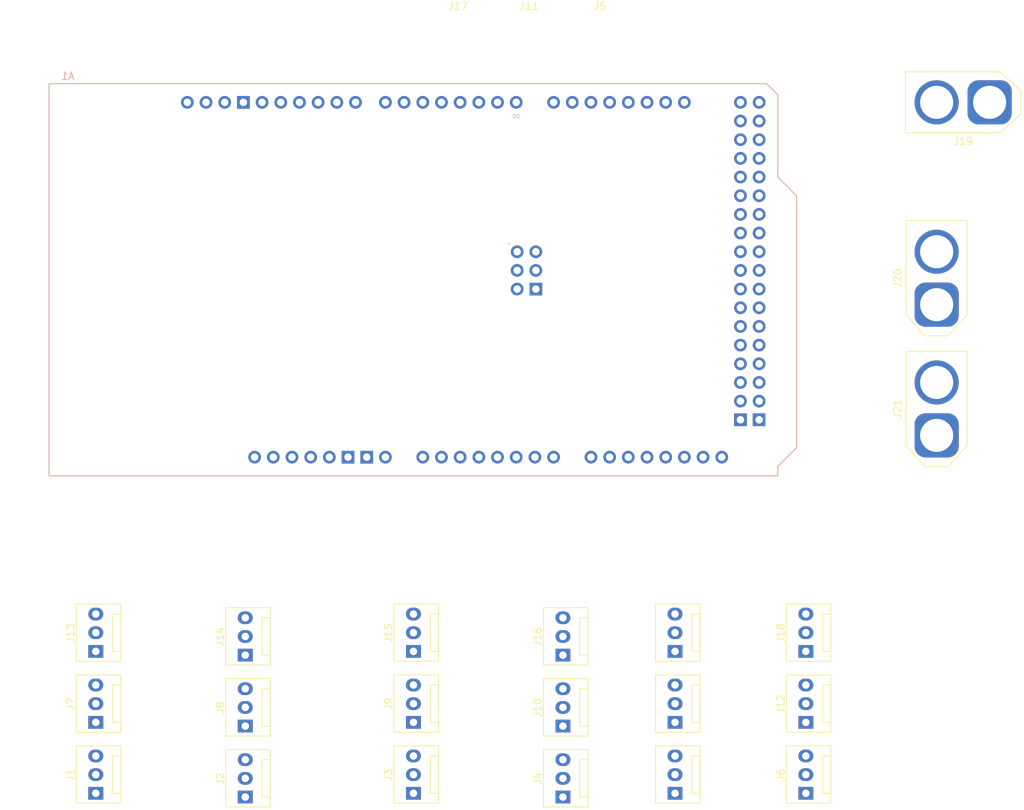
<source format=kicad_pcb>
(kicad_pcb (version 20221018) (generator pcbnew)
  (layers (0 "F.Cu" signal) (31 "B.Cu" signal) (34 "B.Paste" user) (35 "F.Paste" user) (36 "B.SilkS" user "B.Silkscreen") (37 "F.SilkS" user "F.Silkscreen") (38 "B.Mask" user) (39 "F.Mask" user) (44 "Edge.Cuts" user))
  (net 0 "")
  (net 25 "Net-(A1-D2_INT0)")
  (net 26 "Net-(A1-D3_INT1)")
  (net 27 "Net-(J1-Pin_1)")
  (net 28 "Net-(J2-Pin_1)")
  (net 29 "Net-(J3-Pin_1)")
  (net 30 "Net-(J4-Pin_1)")
  (net 31 "Net-(J5-Pin_1)")
  (net 32 "Net-(J6-Pin_1)")
  (net 33 "Net-(J7-Pin_1)")
  (net 34 "Net-(J8-Pin_1)")
  (net 35 "Net-(J9-Pin_1)")
  (net 67 "Net-(J12-Pin_1)")
  (net 68 "Net-(J13-Pin_1)")
  (net 69 "Net-(J14-Pin_1)")
  (net 92 "VCC")
  (net 93 "GND")
  (net 98 "Net-(J19-Pin_1)")
  (footprint "Connector:FanPinHeader_1x03_P2.54mm_Vertical" (layer "F.Cu") (at 162.56 127.51 90)
    (fp_text reference "J11" (at 97.4 -19.85) (layer "F.SilkS"))
    (fp_text value "Servo1")
    (fp_line (start -1.35 -2.65) (end 6.45 -2.65) (stroke (width 0.12)) (layer "F.SilkS"))
    (fp_line (start -1.35 3.4) (end -1.35 -2.65) (stroke (width 0.12)) (layer "F.SilkS"))
    (fp_line (start 0 2.29) (end 5.08 2.29) (stroke (width 0.12)) (layer "F.SilkS"))
    (fp_line (start 0 3.3) (end 0 2.29) (stroke (width 0.12)) (layer "F.SilkS"))
    (fp_line (start 5.08 2.29) (end 5.08 3.3) (stroke (width 0.12)) (layer "F.SilkS"))
    (fp_line (start 6.45 -2.65) (end 6.45 3.4) (stroke (width 0.12)) (layer "F.SilkS"))
    (fp_line (start 6.45 3.4) (end -1.35 3.4) (stroke (width 0.12)) (layer "F.SilkS"))
    (pad "1" thru_hole rect (at 0 0 180) (size 2.03 1.73) (drill 1.02) (layers "*.Cu" "*.Mask") (net 26 "Net-(A1-D3_INT1)"))
    (pad "2" thru_hole oval (at 2.54 0 180) (size 2.03 1.73) (drill 1.02) (layers "*.Cu" "*.Mask") (net 92 "VCC"))
    (pad "3" thru_hole oval (at 5.08 0 180) (size 2.03 1.73) (drill 1.02) (layers "*.Cu" "*.Mask") (net 93 "GND"))
  )
  (footprint "Connector:FanPinHeader_1x03_P2.54mm_Vertical" (layer "F.Cu") (at 127 137.16 90)
    (fp_text reference "J3" (at 2.5 -3.4 90) (layer "F.SilkS"))
    (fp_text value "Servo1")
    (fp_line (start -1.35 -2.65) (end 6.45 -2.65) (stroke (width 0.12)) (layer "F.SilkS"))
    (fp_line (start -1.35 3.4) (end -1.35 -2.65) (stroke (width 0.12)) (layer "F.SilkS"))
    (fp_line (start 0 2.29) (end 5.08 2.29) (stroke (width 0.12)) (layer "F.SilkS"))
    (fp_line (start 0 3.3) (end 0 2.29) (stroke (width 0.12)) (layer "F.SilkS"))
    (fp_line (start 5.08 2.29) (end 5.08 3.3) (stroke (width 0.12)) (layer "F.SilkS"))
    (fp_line (start 6.45 -2.65) (end 6.45 3.4) (stroke (width 0.12)) (layer "F.SilkS"))
    (fp_line (start 6.45 3.4) (end -1.35 3.4) (stroke (width 0.12)) (layer "F.SilkS"))
    (pad "1" thru_hole rect (at 0 0 180) (size 2.03 1.73) (drill 1.02) (layers "*.Cu" "*.Mask") (net 29 "Net-(J3-Pin_1)"))
    (pad "2" thru_hole oval (at 2.54 0 180) (size 2.03 1.73) (drill 1.02) (layers "*.Cu" "*.Mask") (net 92 "VCC"))
    (pad "3" thru_hole oval (at 5.08 0 180) (size 2.03 1.73) (drill 1.02) (layers "*.Cu" "*.Mask") (net 93 "GND"))
  )
  (footprint "Connector:FanPinHeader_1x03_P2.54mm_Vertical" (layer "F.Cu") (at 104.14 128.02 90)
    (fp_text reference "J8" (at 2.5 -3.4 90) (layer "F.SilkS"))
    (fp_text value "Servo1")
    (fp_line (start -1.35 -2.65) (end 6.45 -2.65) (stroke (width 0.12)) (layer "F.SilkS"))
    (fp_line (start -1.35 3.4) (end -1.35 -2.65) (stroke (width 0.12)) (layer "F.SilkS"))
    (fp_line (start 0 2.29) (end 5.08 2.29) (stroke (width 0.12)) (layer "F.SilkS"))
    (fp_line (start 0 3.3) (end 0 2.29) (stroke (width 0.12)) (layer "F.SilkS"))
    (fp_line (start 5.08 2.29) (end 5.08 3.3) (stroke (width 0.12)) (layer "F.SilkS"))
    (fp_line (start 6.45 -2.65) (end 6.45 3.4) (stroke (width 0.12)) (layer "F.SilkS"))
    (fp_line (start 6.45 3.4) (end -1.35 3.4) (stroke (width 0.12)) (layer "F.SilkS"))
    (pad "1" thru_hole rect (at 0 0 180) (size 2.03 1.73) (drill 1.02) (layers "*.Cu" "*.Mask") (net 34 "Net-(J8-Pin_1)"))
    (pad "2" thru_hole oval (at 2.54 0 180) (size 2.03 1.73) (drill 1.02) (layers "*.Cu" "*.Mask") (net 92 "VCC"))
    (pad "3" thru_hole oval (at 5.08 0 180) (size 2.03 1.73) (drill 1.02) (layers "*.Cu" "*.Mask") (net 93 "GND"))
  )
  (footprint "Connector:FanPinHeader_1x03_P2.54mm_Vertical" (layer "F.Cu") (at 162.56 137.16 90)
    (fp_text reference "J5" (at 107.05 -10.2) (layer "F.SilkS"))
    (fp_text value "Servo1")
    (fp_line (start -1.35 -2.65) (end 6.45 -2.65) (stroke (width 0.12)) (layer "F.SilkS"))
    (fp_line (start -1.35 3.4) (end -1.35 -2.65) (stroke (width 0.12)) (layer "F.SilkS"))
    (fp_line (start 0 2.29) (end 5.08 2.29) (stroke (width 0.12)) (layer "F.SilkS"))
    (fp_line (start 0 3.3) (end 0 2.29) (stroke (width 0.12)) (layer "F.SilkS"))
    (fp_line (start 5.08 2.29) (end 5.08 3.3) (stroke (width 0.12)) (layer "F.SilkS"))
    (fp_line (start 6.45 -2.65) (end 6.45 3.4) (stroke (width 0.12)) (layer "F.SilkS"))
    (fp_line (start 6.45 3.4) (end -1.35 3.4) (stroke (width 0.12)) (layer "F.SilkS"))
    (pad "1" thru_hole rect (at 0 0 180) (size 2.03 1.73) (drill 1.02) (layers "*.Cu" "*.Mask") (net 31 "Net-(J5-Pin_1)"))
    (pad "2" thru_hole oval (at 2.54 0 180) (size 2.03 1.73) (drill 1.02) (layers "*.Cu" "*.Mask") (net 92 "VCC"))
    (pad "3" thru_hole oval (at 5.08 0 180) (size 2.03 1.73) (drill 1.02) (layers "*.Cu" "*.Mask") (net 93 "GND"))
  )
  (footprint "Connector:FanPinHeader_1x03_P2.54mm_Vertical" (layer "F.Cu") (at 83.82 127.51 90)
    (fp_text reference "J7" (at 2.5 -3.4 90) (layer "F.SilkS"))
    (fp_text value "Servo1")
    (fp_line (start -1.35 -2.65) (end 6.45 -2.65) (stroke (width 0.12)) (layer "F.SilkS"))
    (fp_line (start -1.35 3.4) (end -1.35 -2.65) (stroke (width 0.12)) (layer "F.SilkS"))
    (fp_line (start 0 2.29) (end 5.08 2.29) (stroke (width 0.12)) (layer "F.SilkS"))
    (fp_line (start 0 3.3) (end 0 2.29) (stroke (width 0.12)) (layer "F.SilkS"))
    (fp_line (start 5.08 2.29) (end 5.08 3.3) (stroke (width 0.12)) (layer "F.SilkS"))
    (fp_line (start 6.45 -2.65) (end 6.45 3.4) (stroke (width 0.12)) (layer "F.SilkS"))
    (fp_line (start 6.45 3.4) (end -1.35 3.4) (stroke (width 0.12)) (layer "F.SilkS"))
    (pad "1" thru_hole rect (at 0 0 180) (size 2.03 1.73) (drill 1.02) (layers "*.Cu" "*.Mask") (net 33 "Net-(J7-Pin_1)"))
    (pad "2" thru_hole oval (at 2.54 0 180) (size 2.03 1.73) (drill 1.02) (layers "*.Cu" "*.Mask") (net 92 "VCC"))
    (pad "3" thru_hole oval (at 5.08 0 180) (size 2.03 1.73) (drill 1.02) (layers "*.Cu" "*.Mask") (net 93 "GND"))
  )
  (footprint "Connector:FanPinHeader_1x03_P2.54mm_Vertical" (layer "F.Cu") (at 180.34 117.86 90)
    (fp_text reference "J18" (at 2.5 -3.4 90) (layer "F.SilkS"))
    (fp_text value "Servo1")
    (fp_line (start -1.35 -2.65) (end 6.45 -2.65) (stroke (width 0.12)) (layer "F.SilkS"))
    (fp_line (start -1.35 3.4) (end -1.35 -2.65) (stroke (width 0.12)) (layer "F.SilkS"))
    (fp_line (start 0 2.29) (end 5.08 2.29) (stroke (width 0.12)) (layer "F.SilkS"))
    (fp_line (start 0 3.3) (end 0 2.29) (stroke (width 0.12)) (layer "F.SilkS"))
    (fp_line (start 5.08 2.29) (end 5.08 3.3) (stroke (width 0.12)) (layer "F.SilkS"))
    (fp_line (start 6.45 -2.65) (end 6.45 3.4) (stroke (width 0.12)) (layer "F.SilkS"))
    (fp_line (start 6.45 3.4) (end -1.35 3.4) (stroke (width 0.12)) (layer "F.SilkS"))
    (pad "1" thru_hole rect (at 0 0 180) (size 2.03 1.73) (drill 1.02) (layers "*.Cu" "*.Mask"))
    (pad "2" thru_hole oval (at 2.54 0 180) (size 2.03 1.73) (drill 1.02) (layers "*.Cu" "*.Mask") (net 92 "VCC"))
    (pad "3" thru_hole oval (at 5.08 0 180) (size 2.03 1.73) (drill 1.02) (layers "*.Cu" "*.Mask") (net 93 "GND"))
  )
  (footprint "PCM_arduino-library:Arduino_Mega2560_R3_Shield" (layer "F.Cu") (at 77.47 93.98)
    (fp_text reference "A1" (at 2.54 -54.356) (layer "B.SilkS") (effects (justify mirror)))
    (fp_text value "Arduino_Mega2560_R3_Shield")
    (fp_text user "." (at 62.484 -32.004) (layer "B.SilkS"))
    (fp_text user "D0" (at 63.5 -48.895 unlocked) (layer "B.SilkS") (effects (font (size 0.5 0.5) (thickness 0.075)) (justify mirror)))
    (fp_text user "." (at 62.484 -32.004) (layer "F.SilkS"))
    (fp_text user "D0" (at 63.5 -48.895 unlocked) (layer "F.SilkS") (effects (font (size 0.5 0.5) (thickness 0.075))))
    (fp_line (start 0 -53.34) (end 0 0) (stroke (width 0.15)) (layer "B.SilkS"))
    (fp_line (start 0 -53.34) (end 97.536 -53.34) (stroke (width 0.15)) (layer "B.SilkS"))
    (fp_line (start 0 0) (end 99.06 0) (stroke (width 0.15)) (layer "B.SilkS"))
    (fp_line (start 97.536 -53.34) (end 99.06 -51.816) (stroke (width 0.15)) (layer "B.SilkS"))
    (fp_line (start 99.06 -40.64) (end 99.06 -51.816) (stroke (width 0.15)) (layer "B.SilkS"))
    (fp_line (start 99.06 -1.27) (end 101.6 -3.81) (stroke (width 0.15)) (layer "B.SilkS"))
    (fp_line (start 99.06 0) (end 99.06 -1.27) (stroke (width 0.15)) (layer "B.SilkS"))
    (fp_line (start 101.6 -38.1) (end 99.06 -40.64) (stroke (width 0.15)) (layer "B.SilkS"))
    (fp_line (start 101.6 -3.81) (end 101.6 -38.1) (stroke (width 0.15)) (layer "B.SilkS"))
    (pad "" np_thru_hole circle (at 13.97 -2.54) (size 3.2 3.2) (drill 3.2) (layers "*.Cu" "*.Mask"))
    (pad "" np_thru_hole circle (at 15.24 -50.8) (size 3.2 3.2) (drill 3.2) (layers "*.Cu" "*.Mask"))
    (pad "" thru_hole oval (at 27.94 -2.54) (size 1.7272 1.7272) (drill 1.016) (layers "*.Cu" "*.Mask"))
    (pad "" np_thru_hole circle (at 66.04 -35.56) (size 3.2 3.2) (drill 3.2) (layers "*.Cu" "*.Mask"))
    (pad "" np_thru_hole circle (at 66.04 -7.62) (size 3.2 3.2) (drill 3.2) (layers "*.Cu" "*.Mask"))
    (pad "" np_thru_hole circle (at 90.17 -50.8) (size 3.2 3.2) (drill 3.2) (layers "*.Cu" "*.Mask"))
    (pad "" np_thru_hole circle (at 96.52 -2.54) (size 3.2 3.2) (drill 3.2) (layers "*.Cu" "*.Mask"))
    (pad "3V3" thru_hole oval (at 35.56 -2.54) (size 1.7272 1.7272) (drill 1.016) (layers "*.Cu" "*.Mask"))
    (pad "5V1" thru_hole oval (at 38.1 -2.54) (size 1.7272 1.7272) (drill 1.016) (layers "*.Cu" "*.Mask"))
    (pad "5V2" thru_hole oval (at 66.167 -30.48) (size 1.7272 1.7272) (drill 1.016) (layers "*.Cu" "*.Mask"))
    (pad "5V3" thru_hole oval (at 93.98 -50.8) (size 1.7272 1.7272) (drill 1.016) (layers "*.Cu" "*.Mask"))
    (pad "5V4" thru_hole oval (at 96.52 -50.8) (size 1.7272 1.7272) (drill 1.016) (layers "*.Cu" "*.Mask"))
    (pad "A0" thru_hole oval (at 50.8 -2.54) (size 1.7272 1.7272) (drill 1.016) (layers "*.Cu" "*.Mask"))
    (pad "A1" thru_hole oval (at 53.34 -2.54) (size 1.7272 1.7272) (drill 1.016) (layers "*.Cu" "*.Mask"))
    (pad "A2" thru_hole oval (at 55.88 -2.54) (size 1.7272 1.7272) (drill 1.016) (layers "*.Cu" "*.Mask"))
    (pad "A3" thru_hole oval (at 58.42 -2.54) (size 1.7272 1.7272) (drill 1.016) (layers "*.Cu" "*.Mask"))
    (pad "A4" thru_hole oval (at 60.96 -2.54) (size 1.7272 1.7272) (drill 1.016) (layers "*.Cu" "*.Mask"))
    (pad "A5" thru_hole oval (at 63.5 -2.54) (size 1.7272 1.7272) (drill 1.016) (layers "*.Cu" "*.Mask"))
    (pad "A6" thru_hole oval (at 66.04 -2.54) (size 1.7272 1.7272) (drill 1.016) (layers "*.Cu" "*.Mask"))
    (pad "A7" thru_hole oval (at 68.58 -2.54) (size 1.7272 1.7272) (drill 1.016) (layers "*.Cu" "*.Mask"))
    (pad "A8" thru_hole oval (at 73.66 -2.54) (size 1.7272 1.7272) (drill 1.016) (layers "*.Cu" "*.Mask"))
    (pad "A9" thru_hole oval (at 76.2 -2.54) (size 1.7272 1.7272) (drill 1.016) (layers "*.Cu" "*.Mask"))
    (pad "A10" thru_hole oval (at 78.74 -2.54) (size 1.7272 1.7272) (drill 1.016) (layers "*.Cu" "*.Mask"))
    (pad "A11" thru_hole oval (at 81.28 -2.54) (size 1.7272 1.7272) (drill 1.016) (layers "*.Cu" "*.Mask"))
    (pad "A12" thru_hole oval (at 83.82 -2.54) (size 1.7272 1.7272) (drill 1.016) (layers "*.Cu" "*.Mask"))
    (pad "A13" thru_hole oval (at 86.36 -2.54) (size 1.7272 1.7272) (drill 1.016) (layers "*.Cu" "*.Mask"))
    (pad "A14" thru_hole oval (at 88.9 -2.54) (size 1.7272 1.7272) (drill 1.016) (layers "*.Cu" "*.Mask"))
    (pad "A15" thru_hole oval (at 91.44 -2.54) (size 1.7272 1.7272) (drill 1.016) (layers "*.Cu" "*.Mask"))
    (pad "AREF" thru_hole oval (at 23.876 -50.8) (size 1.7272 1.7272) (drill 1.016) (layers "*.Cu" "*.Mask"))
    (pad "D0" thru_hole oval (at 63.5 -50.8) (size 1.7272 1.7272) (drill 1.016) (layers "*.Cu" "*.Mask"))
    (pad "D1" thru_hole oval (at 60.96 -50.8) (size 1.7272 1.7272) (drill 1.016) (layers "*.Cu" "*.Mask"))
    (pad "D2" thru_hole oval (at 58.42 -50.8) (size 1.7272 1.7272) (drill 1.016) (layers "*.Cu" "*.Mask") (net 25 "Net-(A1-D2_INT0)"))
    (pad "D3" thru_hole oval (at 55.88 -50.8) (size 1.7272 1.7272) (drill 1.016) (layers "*.Cu" "*.Mask") (net 26 "Net-(A1-D3_INT1)"))
    (pad "D4" thru_hole oval (at 53.34 -50.8) (size 1.7272 1.7272) (drill 1.016) (layers "*.Cu" "*.Mask") (net 27 "Net-(J1-Pin_1)"))
    (pad "D5" thru_hole oval (at 50.8 -50.8) (size 1.7272 1.7272) (drill 1.016) (layers "*.Cu" "*.Mask") (net 28 "Net-(J2-Pin_1)"))
    (pad "D6" thru_hole oval (at 48.26 -50.8) (size 1.7272 1.7272) (drill 1.016) (layers "*.Cu" "*.Mask") (net 29 "Net-(J3-Pin_1)"))
    (pad "D7" thru_hole oval (at 45.72 -50.8) (size 1.7272 1.7272) (drill 1.016) (layers "*.Cu" "*.Mask") (net 30 "Net-(J4-Pin_1)"))
    (pad "D8" thru_hole oval (at 41.656 -50.8) (size 1.7272 1.7272) (drill 1.016) (layers "*.Cu" "*.Mask") (net 31 "Net-(J5-Pin_1)"))
    (pad "D9" thru_hole oval (at 39.116 -50.8) (size 1.7272 1.7272) (drill 1.016) (layers "*.Cu" "*.Mask") (net 32 "Net-(J6-Pin_1)"))
    (pad "D10" thru_hole oval (at 36.576 -50.8) (size 1.7272 1.7272) (drill 1.016) (layers "*.Cu" "*.Mask") (net 33 "Net-(J7-Pin_1)"))
    (pad "D11" thru_hole oval (at 34.036 -50.8) (size 1.7272 1.7272) (drill 1.016) (layers "*.Cu" "*.Mask") (net 34 "Net-(J8-Pin_1)"))
    (pad "D12" thru_hole oval (at 31.496 -50.8) (size 1.7272 1.7272) (drill 1.016) (layers "*.Cu" "*.Mask") (net 35 "Net-(J9-Pin_1)"))
    (pad "D13" thru_hole oval (at 28.956 -50.8) (size 1.7272 1.7272) (drill 1.016) (layers "*.Cu" "*.Mask"))
    (pad "D14" thru_hole oval (at 68.58 -50.8) (size 1.7272 1.7272) (drill 1.016) (layers "*.Cu" "*.Mask"))
    (pad "D15" thru_hole oval (at 71.12 -50.8) (size 1.7272 1.7272) (drill 1.016) (layers "*.Cu" "*.Mask"))
    (pad "D16" thru_hole oval (at 73.66 -50.8) (size 1.7272 1.7272) (drill 1.016) (layers "*.Cu" "*.Mask"))
    (pad "D17" thru_hole oval (at 76.2 -50.8) (size 1.7272 1.7272) (drill 1.016) (layers "*.Cu" "*.Mask"))
    (pad "D18" thru_hole oval (at 78.74 -50.8) (size 1.7272 1.7272) (drill 1.016) (layers "*.Cu" "*.Mask"))
    (pad "D19" thru_hole oval (at 81.28 -50.8) (size 1.7272 1.7272) (drill 1.016) (layers "*.Cu" "*.Mask"))
    (pad "D20" thru_hole oval (at 83.82 -50.8) (size 1.7272 1.7272) (drill 1.016) (layers "*.Cu" "*.Mask"))
    (pad "D21" thru_hole oval (at 86.36 -50.8) (size 1.7272 1.7272) (drill 1.016) (layers "*.Cu" "*.Mask"))
    (pad "D22" thru_hole oval (at 93.98 -48.26) (size 1.7272 1.7272) (drill 1.016) (layers "*.Cu" "*.Mask"))
    (pad "D23" thru_hole oval (at 96.52 -48.26) (size 1.7272 1.7272) (drill 1.016) (layers "*.Cu" "*.Mask"))
    (pad "D24" thru_hole oval (at 93.98 -45.72) (size 1.7272 1.7272) (drill 1.016) (layers "*.Cu" "*.Mask"))
    (pad "D25" thru_hole oval (at 96.52 -45.72) (size 1.7272 1.7272) (drill 1.016) (layers "*.Cu" "*.Mask"))
    (pad "D26" thru_hole oval (at 93.98 -43.18) (size 1.7272 1.7272) (drill 1.016) (layers "*.Cu" "*.Mask"))
    (pad "D27" thru_hole oval (at 96.52 -43.18) (size 1.7272 1.7272) (drill 1.016) (layers "*.Cu" "*.Mask"))
    (pad "D28" thru_hole oval (at 93.98 -40.64) (size 1.7272 1.7272) (drill 1.016) (layers "*.Cu" "*.Mask"))
    (pad "D29" thru_hole oval (at 96.52 -40.64) (size 1.7272 1.7272) (drill 1.016) (layers "*.Cu" "*.Mask"))
    (pad "D30" thru_hole oval (at 93.98 -38.1) (size 1.7272 1.7272) (drill 1.016) (layers "*.Cu" "*.Mask"))
    (pad "D31" thru_hole oval (at 96.52 -38.1) (size 1.7272 1.7272) (drill 1.016) (layers "*.Cu" "*.Mask"))
    (pad "D32" thru_hole oval (at 93.98 -35.56) (size 1.7272 1.7272) (drill 1.016) (layers "*.Cu" "*.Mask"))
    (pad "D33" thru_hole oval (at 96.52 -35.56) (size 1.7272 1.7272) (drill 1.016) (layers "*.Cu" "*.Mask"))
    (pad "D34" thru_hole oval (at 93.98 -33.02) (size 1.7272 1.7272) (drill 1.016) (layers "*.Cu" "*.Mask"))
    (pad "D35" thru_hole oval (at 96.52 -33.02) (size 1.7272 1.7272) (drill 1.016) (layers "*.Cu" "*.Mask"))
    (pad "D36" thru_hole oval (at 93.98 -30.48) (size 1.7272 1.7272) (drill 1.016) (layers "*.Cu" "*.Mask"))
    (pad "D37" thru_hole oval (at 96.52 -30.48) (size 1.7272 1.7272) (drill 1.016) (layers "*.Cu" "*.Mask"))
    (pad "D38" thru_hole oval (at 93.98 -27.94) (size 1.7272 1.7272) (drill 1.016) (layers "*.Cu" "*.Mask"))
    (pad "D39" thru_hole oval (at 96.52 -27.94) (size 1.7272 1.7272) (drill 1.016) (layers "*.Cu" "*.Mask"))
    (pad "D40" thru_hole oval (at 93.98 -25.4) (size 1.7272 1.7272) (drill 1.016) (layers "*.Cu" "*.Mask"))
    (pad "D41" thru_hole oval (at 96.52 -25.4) (size 1.7272 1.7272) (drill 1.016) (layers "*.Cu" "*.Mask"))
    (pad "D42" thru_hole oval (at 93.98 -22.86) (size 1.7272 1.7272) (drill 1.016) (layers "*.Cu" "*.Mask"))
    (pad "D43" thru_hole oval (at 96.52 -22.86) (size 1.7272 1.7272) (drill 1.016) (layers "*.Cu" "*.Mask"))
    (pad "D44" thru_hole oval (at 93.98 -20.32) (size 1.7272 1.7272) (drill 1.016) (layers "*.Cu" "*.Mask") (net 67 "Net-(J12-Pin_1)"))
    (pad "D45" thru_hole oval (at 96.52 -20.32) (size 1.7272 1.7272) (drill 1.016) (layers "*.Cu" "*.Mask") (net 68 "Net-(J13-Pin_1)"))
    (pad "D46" thru_hole oval (at 93.98 -17.78) (size 1.7272 1.7272) (drill 1.016) (layers "*.Cu" "*.Mask") (net 69 "Net-(J14-Pin_1)"))
    (pad "D47" thru_hole oval (at 96.52 -17.78) (size 1.7272 1.7272) (drill 1.016) (layers "*.Cu" "*.Mask"))
    (pad "D48" thru_hole oval (at 93.98 -15.24) (size 1.7272 1.7272) (drill 1.016) (layers "*.Cu" "*.Mask"))
    (pad "D49" thru_hole oval (at 96.52 -15.24) (size 1.7272 1.7272) (drill 1.016) (layers "*.Cu" "*.Mask"))
    (pad "D50" thru_hole oval (at 93.98 -12.7) (size 1.7272 1.7272) (drill 1.016) (layers "*.Cu" "*.Mask"))
    (pad "D51" thru_hole oval (at 96.52 -12.7) (size 1.7272 1.7272) (drill 1.016) (layers "*.Cu" "*.Mask"))
    (pad "D52" thru_hole oval (at 93.98 -10.16) (size 1.7272 1.7272) (drill 1.016) (layers "*.Cu" "*.Mask"))
    (pad "D53" thru_hole oval (at 96.52 -10.16) (size 1.7272 1.7272) (drill 1.016) (layers "*.Cu" "*.Mask"))
    (pad "GND1" thru_hole rect (at 26.416 -50.8) (size 1.7272 1.7272) (drill 1.016) (layers "*.Cu" "*.Mask"))
    (pad "GND2" thru_hole rect (at 40.64 -2.54) (size 1.7272 1.7272) (drill 1.016) (layers "*.Cu" "*.Mask"))
    (pad "GND3" thru_hole rect (at 43.18 -2.54) (size 1.7272 1.7272) (drill 1.016) (layers "*.Cu" "*.Mask"))
    (pad "GND4" thru_hole rect (at 66.167 -25.4) (size 1.7272 1.7272) (drill 1.016) (layers "*.Cu" "*.Mask"))
    (pad "GND5" thru_hole rect (at 93.98 -7.62) (size 1.7272 1.7272) (drill 1.016) (layers "*.Cu" "*.Mask"))
    (pad "GND6" thru_hole rect (at 96.52 -7.62) (size 1.7272 1.7272) (drill 1.016) (layers "*.Cu" "*.Mask"))
    (pad "IORF" thru_hole oval (at 30.48 -2.54) (size 1.7272 1.7272) (drill 1.016) (layers "*.Cu" "*.Mask"))
    (pad "MISO" thru_hole oval (at 63.627 -30.48) (size 1.7272 1.7272) (drill 1.016) (layers "*.Cu" "*.Mask"))
    (pad "MOSI" thru_hole oval (at 66.167 -27.94) (size 1.7272 1.7272) (drill 1.016) (layers "*.Cu" "*.Mask"))
    (pad "RST1" thru_hole oval (at 33.02 -2.54) (size 1.7272 1.7272) (drill 1.016) (layers "*.Cu" "*.Mask"))
    (pad "RST2" thru_hole oval (at 63.627 -25.4) (size 1.7272 1.7272) (drill 1.016) (layers "*.Cu" "*.Mask"))
    (pad "SCK" thru_hole oval (at 63.627 -27.94) (size 1.7272 1.7272) (drill 1.016) (layers "*.Cu" "*.Mask"))
    (pad "SCL" thru_hole oval (at 18.796 -50.8) (size 1.7272 1.7272) (drill 1.016) (layers "*.Cu" "*.Mask"))
    (pad "SDA" thru_hole oval (at 21.336 -50.8) (size 1.7272 1.7272) (drill 1.016) (layers "*.Cu" "*.Mask"))
    (pad "VIN" thru_hole oval (at 45.72 -2.54) (size 1.7272 1.7272) (drill 1.016) (layers "*.Cu" "*.Mask"))
  )
  (footprint "Connector:FanPinHeader_1x03_P2.54mm_Vertical" (layer "F.Cu") (at 180.34 127.51 90)
    (fp_text reference "J12" (at 2.5 -3.4 90) (layer "F.SilkS"))
    (fp_text value "Servo1")
    (fp_line (start -1.35 -2.65) (end 6.45 -2.65) (stroke (width 0.12)) (layer "F.SilkS"))
    (fp_line (start -1.35 3.4) (end -1.35 -2.65) (stroke (width 0.12)) (layer "F.SilkS"))
    (fp_line (start 0 2.29) (end 5.08 2.29) (stroke (width 0.12)) (layer "F.SilkS"))
    (fp_line (start 0 3.3) (end 0 2.29) (stroke (width 0.12)) (layer "F.SilkS"))
    (fp_line (start 5.08 2.29) (end 5.08 3.3) (stroke (width 0.12)) (layer "F.SilkS"))
    (fp_line (start 6.45 -2.65) (end 6.45 3.4) (stroke (width 0.12)) (layer "F.SilkS"))
    (fp_line (start 6.45 3.4) (end -1.35 3.4) (stroke (width 0.12)) (layer "F.SilkS"))
    (pad "1" thru_hole rect (at 0 0 180) (size 2.03 1.73) (drill 1.02) (layers "*.Cu" "*.Mask") (net 67 "Net-(J12-Pin_1)"))
    (pad "2" thru_hole oval (at 2.54 0 180) (size 2.03 1.73) (drill 1.02) (layers "*.Cu" "*.Mask") (net 92 "VCC"))
    (pad "3" thru_hole oval (at 5.08 0 180) (size 2.03 1.73) (drill 1.02) (layers "*.Cu" "*.Mask") (net 93 "GND"))
  )
  (footprint "Connector:FanPinHeader_1x03_P2.54mm_Vertical" (layer "F.Cu") (at 83.82 117.86 90)
    (fp_text reference "J13" (at 2.5 -3.4 90) (layer "F.SilkS"))
    (fp_text value "Servo1")
    (fp_line (start -1.35 -2.65) (end 6.45 -2.65) (stroke (width 0.12)) (layer "F.SilkS"))
    (fp_line (start -1.35 3.4) (end -1.35 -2.65) (stroke (width 0.12)) (layer "F.SilkS"))
    (fp_line (start 0 2.29) (end 5.08 2.29) (stroke (width 0.12)) (layer "F.SilkS"))
    (fp_line (start 0 3.3) (end 0 2.29) (stroke (width 0.12)) (layer "F.SilkS"))
    (fp_line (start 5.08 2.29) (end 5.08 3.3) (stroke (width 0.12)) (layer "F.SilkS"))
    (fp_line (start 6.45 -2.65) (end 6.45 3.4) (stroke (width 0.12)) (layer "F.SilkS"))
    (fp_line (start 6.45 3.4) (end -1.35 3.4) (stroke (width 0.12)) (layer "F.SilkS"))
    (pad "1" thru_hole rect (at 0 0 180) (size 2.03 1.73) (drill 1.02) (layers "*.Cu" "*.Mask") (net 68 "Net-(J13-Pin_1)"))
    (pad "2" thru_hole oval (at 2.54 0 180) (size 2.03 1.73) (drill 1.02) (layers "*.Cu" "*.Mask") (net 92 "VCC"))
    (pad "3" thru_hole oval (at 5.08 0 180) (size 2.03 1.73) (drill 1.02) (layers "*.Cu" "*.Mask") (net 93 "GND"))
  )
  (footprint "Connector:FanPinHeader_1x03_P2.54mm_Vertical" (layer "F.Cu") (at 147.32 118.37 90)
    (fp_text reference "J16" (at 2.5 -3.4 90) (layer "F.SilkS"))
    (fp_text value "Servo1")
    (fp_line (start -1.35 -2.65) (end 6.45 -2.65) (stroke (width 0.12)) (layer "F.SilkS"))
    (fp_line (start -1.35 3.4) (end -1.35 -2.65) (stroke (width 0.12)) (layer "F.SilkS"))
    (fp_line (start 0 2.29) (end 5.08 2.29) (stroke (width 0.12)) (layer "F.SilkS"))
    (fp_line (start 0 3.3) (end 0 2.29) (stroke (width 0.12)) (layer "F.SilkS"))
    (fp_line (start 5.08 2.29) (end 5.08 3.3) (stroke (width 0.12)) (layer "F.SilkS"))
    (fp_line (start 6.45 -2.65) (end 6.45 3.4) (stroke (width 0.12)) (layer "F.SilkS"))
    (fp_line (start 6.45 3.4) (end -1.35 3.4) (stroke (width 0.12)) (layer "F.SilkS"))
    (pad "1" thru_hole rect (at 0 0 180) (size 2.03 1.73) (drill 1.02) (layers "*.Cu" "*.Mask"))
    (pad "2" thru_hole oval (at 2.54 0 180) (size 2.03 1.73) (drill 1.02) (layers "*.Cu" "*.Mask") (net 92 "VCC"))
    (pad "3" thru_hole oval (at 5.08 0 180) (size 2.03 1.73) (drill 1.02) (layers "*.Cu" "*.Mask") (net 93 "GND"))
  )
  (footprint "Connector:FanPinHeader_1x03_P2.54mm_Vertical" (layer "F.Cu") (at 147.32 128.02 90)
    (fp_text reference "J10" (at 2.5 -3.4 90) (layer "F.SilkS"))
    (fp_text value "Servo1")
    (fp_line (start -1.35 -2.65) (end 6.45 -2.65) (stroke (width 0.12)) (layer "F.SilkS"))
    (fp_line (start -1.35 3.4) (end -1.35 -2.65) (stroke (width 0.12)) (layer "F.SilkS"))
    (fp_line (start 0 2.29) (end 5.08 2.29) (stroke (width 0.12)) (layer "F.SilkS"))
    (fp_line (start 0 3.3) (end 0 2.29) (stroke (width 0.12)) (layer "F.SilkS"))
    (fp_line (start 5.08 2.29) (end 5.08 3.3) (stroke (width 0.12)) (layer "F.SilkS"))
    (fp_line (start 6.45 -2.65) (end 6.45 3.4) (stroke (width 0.12)) (layer "F.SilkS"))
    (fp_line (start 6.45 3.4) (end -1.35 3.4) (stroke (width 0.12)) (layer "F.SilkS"))
    (pad "1" thru_hole rect (at 0 0 180) (size 2.03 1.73) (drill 1.02) (layers "*.Cu" "*.Mask") (net 25 "Net-(A1-D2_INT0)"))
    (pad "2" thru_hole oval (at 2.54 0 180) (size 2.03 1.73) (drill 1.02) (layers "*.Cu" "*.Mask") (net 92 "VCC"))
    (pad "3" thru_hole oval (at 5.08 0 180) (size 2.03 1.73) (drill 1.02) (layers "*.Cu" "*.Mask") (net 93 "GND"))
  )
  (footprint "Connector_AMASS:AMASS_XT60-F_1x02_P7.20mm_Vertical" (layer "F.Cu") (at 205.32 43.18 180)
    (fp_text reference "J19" (at 3.6 -5.3) (layer "F.SilkS"))
    (fp_text value "Main battery XT-60")
    (fp_line (start -4.25 -1.6) (end -4.25 1.55) (stroke (width 0.12)) (layer "F.SilkS"))
    (fp_line (start -4.25 1.55) (end -1.4 4.15) (stroke (width 0.12)) (layer "F.SilkS"))
    (fp_line (start -1.4 -4.15) (end -4.25 -1.6) (stroke (width 0.12)) (layer "F.SilkS"))
    (fp_line (start -1.4 4.15) (end 11.45 4.15) (stroke (width 0.12)) (layer "F.SilkS"))
    (fp_line (start 11.45 -4.15) (end -1.4 -4.15) (stroke (width 0.12)) (layer "F.SilkS"))
    (fp_line (start 11.45 4.15) (end 11.45 -4.15) (stroke (width 0.12)) (layer "F.SilkS"))
    (pad "1" thru_hole roundrect (at 0 0 180) (size 6 6) (drill 4.5) (layers "*.Cu" "*.Mask") (net 98 "Net-(J19-Pin_1)"))
    (pad "2" thru_hole circle (at 7.2 0 180) (size 6 6) (drill 4.5) (layers "*.Cu" "*.Mask") (net 93 "GND"))
  )
  (footprint "Connector_AMASS:AMASS_XT60-F_1x02_P7.20mm_Vertical" (layer "F.Cu") (at 198.12 88.48 90)
    (fp_text reference "J21" (at 3.6 -5.3 90) (layer "F.SilkS"))
    (fp_text value "Buck Out")
    (fp_line (start -4.25 -1.6) (end -4.25 1.55) (stroke (width 0.12)) (layer "F.SilkS"))
    (fp_line (start -4.25 1.55) (end -1.4 4.15) (stroke (width 0.12)) (layer "F.SilkS"))
    (fp_line (start -1.4 -4.15) (end -4.25 -1.6) (stroke (width 0.12)) (layer "F.SilkS"))
    (fp_line (start -1.4 4.15) (end 11.45 4.15) (stroke (width 0.12)) (layer "F.SilkS"))
    (fp_line (start 11.45 -4.15) (end -1.4 -4.15) (stroke (width 0.12)) (layer "F.SilkS"))
    (fp_line (start 11.45 4.15) (end 11.45 -4.15) (stroke (width 0.12)) (layer "F.SilkS"))
    (pad "1" thru_hole roundrect (at 0 0 90) (size 6 6) (drill 4.5) (layers "*.Cu" "*.Mask") (net 92 "VCC"))
    (pad "2" thru_hole circle (at 7.2 0 90) (size 6 6) (drill 4.5) (layers "*.Cu" "*.Mask") (net 93 "GND"))
  )
  (footprint "Connector_AMASS:AMASS_XT60-F_1x02_P7.20mm_Vertical" (layer "F.Cu") (at 198.12 70.7 90)
    (fp_text reference "J20" (at 3.6 -5.3 90) (layer "F.SilkS"))
    (fp_text value "Buck In")
    (fp_line (start -4.25 -1.6) (end -4.25 1.55) (stroke (width 0.12)) (layer "F.SilkS"))
    (fp_line (start -4.25 1.55) (end -1.4 4.15) (stroke (width 0.12)) (layer "F.SilkS"))
    (fp_line (start -1.4 -4.15) (end -4.25 -1.6) (stroke (width 0.12)) (layer "F.SilkS"))
    (fp_line (start -1.4 4.15) (end 11.45 4.15) (stroke (width 0.12)) (layer "F.SilkS"))
    (fp_line (start 11.45 -4.15) (end -1.4 -4.15) (stroke (width 0.12)) (layer "F.SilkS"))
    (fp_line (start 11.45 4.15) (end 11.45 -4.15) (stroke (width 0.12)) (layer "F.SilkS"))
    (pad "1" thru_hole roundrect (at 0 0 90) (size 6 6) (drill 4.5) (layers "*.Cu" "*.Mask") (net 98 "Net-(J19-Pin_1)"))
    (pad "2" thru_hole circle (at 7.2 0 90) (size 6 6) (drill 4.5) (layers "*.Cu" "*.Mask") (net 93 "GND"))
  )
  (footprint "Connector:FanPinHeader_1x03_P2.54mm_Vertical" (layer "F.Cu") (at 104.14 118.37 90)
    (fp_text reference "J14" (at 2.5 -3.4 90) (layer "F.SilkS"))
    (fp_text value "Servo1")
    (fp_line (start -1.35 -2.65) (end 6.45 -2.65) (stroke (width 0.12)) (layer "F.SilkS"))
    (fp_line (start -1.35 3.4) (end -1.35 -2.65) (stroke (width 0.12)) (layer "F.SilkS"))
    (fp_line (start 0 2.29) (end 5.08 2.29) (stroke (width 0.12)) (layer "F.SilkS"))
    (fp_line (start 0 3.3) (end 0 2.29) (stroke (width 0.12)) (layer "F.SilkS"))
    (fp_line (start 5.08 2.29) (end 5.08 3.3) (stroke (width 0.12)) (layer "F.SilkS"))
    (fp_line (start 6.45 -2.65) (end 6.45 3.4) (stroke (width 0.12)) (layer "F.SilkS"))
    (fp_line (start 6.45 3.4) (end -1.35 3.4) (stroke (width 0.12)) (layer "F.SilkS"))
    (pad "1" thru_hole rect (at 0 0 180) (size 2.03 1.73) (drill 1.02) (layers "*.Cu" "*.Mask") (net 69 "Net-(J14-Pin_1)"))
    (pad "2" thru_hole oval (at 2.54 0 180) (size 2.03 1.73) (drill 1.02) (layers "*.Cu" "*.Mask") (net 92 "VCC"))
    (pad "3" thru_hole oval (at 5.08 0 180) (size 2.03 1.73) (drill 1.02) (layers "*.Cu" "*.Mask") (net 93 "GND"))
  )
  (footprint "Connector:FanPinHeader_1x03_P2.54mm_Vertical" (layer "F.Cu") (at 127 127.51 90)
    (fp_text reference "J9" (at 2.5 -3.4 90) (layer "F.SilkS"))
    (fp_text value "Servo1")
    (fp_line (start -1.35 -2.65) (end 6.45 -2.65) (stroke (width 0.12)) (layer "F.SilkS"))
    (fp_line (start -1.35 3.4) (end -1.35 -2.65) (stroke (width 0.12)) (layer "F.SilkS"))
    (fp_line (start 0 2.29) (end 5.08 2.29) (stroke (width 0.12)) (layer "F.SilkS"))
    (fp_line (start 0 3.3) (end 0 2.29) (stroke (width 0.12)) (layer "F.SilkS"))
    (fp_line (start 5.08 2.29) (end 5.08 3.3) (stroke (width 0.12)) (layer "F.SilkS"))
    (fp_line (start 6.45 -2.65) (end 6.45 3.4) (stroke (width 0.12)) (layer "F.SilkS"))
    (fp_line (start 6.45 3.4) (end -1.35 3.4) (stroke (width 0.12)) (layer "F.SilkS"))
    (pad "1" thru_hole rect (at 0 0 180) (size 2.03 1.73) (drill 1.02) (layers "*.Cu" "*.Mask") (net 35 "Net-(J9-Pin_1)"))
    (pad "2" thru_hole oval (at 2.54 0 180) (size 2.03 1.73) (drill 1.02) (layers "*.Cu" "*.Mask") (net 92 "VCC"))
    (pad "3" thru_hole oval (at 5.08 0 180) (size 2.03 1.73) (drill 1.02) (layers "*.Cu" "*.Mask") (net 93 "GND"))
  )
  (footprint "Connector:FanPinHeader_1x03_P2.54mm_Vertical" (layer "F.Cu") (at 147.32 137.67 90)
    (fp_text reference "J4" (at 2.5 -3.4 90) (layer "F.SilkS"))
    (fp_text value "Servo1")
    (fp_line (start -1.35 -2.65) (end 6.45 -2.65) (stroke (width 0.12)) (layer "F.SilkS"))
    (fp_line (start -1.35 3.4) (end -1.35 -2.65) (stroke (width 0.12)) (layer "F.SilkS"))
    (fp_line (start 0 2.29) (end 5.08 2.29) (stroke (width 0.12)) (layer "F.SilkS"))
    (fp_line (start 0 3.3) (end 0 2.29) (stroke (width 0.12)) (layer "F.SilkS"))
    (fp_line (start 5.08 2.29) (end 5.08 3.3) (stroke (width 0.12)) (layer "F.SilkS"))
    (fp_line (start 6.45 -2.65) (end 6.45 3.4) (stroke (width 0.12)) (layer "F.SilkS"))
    (fp_line (start 6.45 3.4) (end -1.35 3.4) (stroke (width 0.12)) (layer "F.SilkS"))
    (pad "1" thru_hole rect (at 0 0 180) (size 2.03 1.73) (drill 1.02) (layers "*.Cu" "*.Mask") (net 30 "Net-(J4-Pin_1)"))
    (pad "2" thru_hole oval (at 2.54 0 180) (size 2.03 1.73) (drill 1.02) (layers "*.Cu" "*.Mask") (net 92 "VCC"))
    (pad "3" thru_hole oval (at 5.08 0 180) (size 2.03 1.73) (drill 1.02) (layers "*.Cu" "*.Mask") (net 93 "GND"))
  )
  (footprint "Connector:FanPinHeader_1x03_P2.54mm_Vertical" (layer "F.Cu") (at 180.34 137.16 90)
    (fp_text reference "J6" (at 2.5 -3.4 90) (layer "F.SilkS"))
    (fp_text value "Servo1")
    (fp_line (start -1.35 -2.65) (end 6.45 -2.65) (stroke (width 0.12)) (layer "F.SilkS"))
    (fp_line (start -1.35 3.4) (end -1.35 -2.65) (stroke (width 0.12)) (layer "F.SilkS"))
    (fp_line (start 0 2.29) (end 5.08 2.29) (stroke (width 0.12)) (layer "F.SilkS"))
    (fp_line (start 0 3.3) (end 0 2.29) (stroke (width 0.12)) (layer "F.SilkS"))
    (fp_line (start 5.08 2.29) (end 5.08 3.3) (stroke (width 0.12)) (layer "F.SilkS"))
    (fp_line (start 6.45 -2.65) (end 6.45 3.4) (stroke (width 0.12)) (layer "F.SilkS"))
    (fp_line (start 6.45 3.4) (end -1.35 3.4) (stroke (width 0.12)) (layer "F.SilkS"))
    (pad "1" thru_hole rect (at 0 0 180) (size 2.03 1.73) (drill 1.02) (layers "*.Cu" "*.Mask") (net 32 "Net-(J6-Pin_1)"))
    (pad "2" thru_hole oval (at 2.54 0 180) (size 2.03 1.73) (drill 1.02) (layers "*.Cu" "*.Mask") (net 92 "VCC"))
    (pad "3" thru_hole oval (at 5.08 0 180) (size 2.03 1.73) (drill 1.02) (layers "*.Cu" "*.Mask") (net 93 "GND"))
  )
  (footprint "Connector:FanPinHeader_1x03_P2.54mm_Vertical" (layer "F.Cu") (at 162.56 117.86 90)
    (fp_text reference "J17" (at 87.75 -29.5) (layer "F.SilkS"))
    (fp_text value "Servo1")
    (fp_line (start -1.35 -2.65) (end 6.45 -2.65) (stroke (width 0.12)) (layer "F.SilkS"))
    (fp_line (start -1.35 3.4) (end -1.35 -2.65) (stroke (width 0.12)) (layer "F.SilkS"))
    (fp_line (start 0 2.29) (end 5.08 2.29) (stroke (width 0.12)) (layer "F.SilkS"))
    (fp_line (start 0 3.3) (end 0 2.29) (stroke (width 0.12)) (layer "F.SilkS"))
    (fp_line (start 5.08 2.29) (end 5.08 3.3) (stroke (width 0.12)) (layer "F.SilkS"))
    (fp_line (start 6.45 -2.65) (end 6.45 3.4) (stroke (width 0.12)) (layer "F.SilkS"))
    (fp_line (start 6.45 3.4) (end -1.35 3.4) (stroke (width 0.12)) (layer "F.SilkS"))
    (pad "1" thru_hole rect (at 0 0 180) (size 2.03 1.73) (drill 1.02) (layers "*.Cu" "*.Mask"))
    (pad "2" thru_hole oval (at 2.54 0 180) (size 2.03 1.73) (drill 1.02) (layers "*.Cu" "*.Mask") (net 92 "VCC"))
    (pad "3" thru_hole oval (at 5.08 0 180) (size 2.03 1.73) (drill 1.02) (layers "*.Cu" "*.Mask") (net 93 "GND"))
  )
  (footprint "Connector:FanPinHeader_1x03_P2.54mm_Vertical" (layer "F.Cu") (at 83.82 137.16 90)
    (fp_text reference "J1" (at 2.5 -3.4 90) (layer "F.SilkS"))
    (fp_text value "Servo1")
    (fp_line (start -1.35 -2.65) (end 6.45 -2.65) (stroke (width 0.12)) (layer "F.SilkS"))
    (fp_line (start -1.35 3.4) (end -1.35 -2.65) (stroke (width 0.12)) (layer "F.SilkS"))
    (fp_line (start 0 2.29) (end 5.08 2.29) (stroke (width 0.12)) (layer "F.SilkS"))
    (fp_line (start 0 3.3) (end 0 2.29) (stroke (width 0.12)) (layer "F.SilkS"))
    (fp_line (start 5.08 2.29) (end 5.08 3.3) (stroke (width 0.12)) (layer "F.SilkS"))
    (fp_line (start 6.45 -2.65) (end 6.45 3.4) (stroke (width 0.12)) (layer "F.SilkS"))
    (fp_line (start 6.45 3.4) (end -1.35 3.4) (stroke (width 0.12)) (layer "F.SilkS"))
    (pad "1" thru_hole rect (at 0 0 180) (size 2.03 1.73) (drill 1.02) (layers "*.Cu" "*.Mask") (net 27 "Net-(J1-Pin_1)"))
    (pad "2" thru_hole oval (at 2.54 0 180) (size 2.03 1.73) (drill 1.02) (layers "*.Cu" "*.Mask") (net 92 "VCC"))
    (pad "3" thru_hole oval (at 5.08 0 180) (size 2.03 1.73) (drill 1.02) (layers "*.Cu" "*.Mask") (net 93 "GND"))
  )
  (footprint "Connector:FanPinHeader_1x03_P2.54mm_Vertical" (layer "F.Cu") (at 104.14 137.67 90)
    (fp_text reference "J2" (at 2.5 -3.4 90) (layer "F.SilkS"))
    (fp_text value "Servo1")
    (fp_line (start -1.35 -2.65) (end 6.45 -2.65) (stroke (width 0.12)) (layer "F.SilkS"))
    (fp_line (start -1.35 3.4) (end -1.35 -2.65) (stroke (width 0.12)) (layer "F.SilkS"))
    (fp_line (start 0 2.29) (end 5.08 2.29) (stroke (width 0.12)) (layer "F.SilkS"))
    (fp_line (start 0 3.3) (end 0 2.29) (stroke (width 0.12)) (layer "F.SilkS"))
    (fp_line (start 5.08 2.29) (end 5.08 3.3) (stroke (width 0.12)) (layer "F.SilkS"))
    (fp_line (start 6.45 -2.65) (end 6.45 3.4) (stroke (width 0.12)) (layer "F.SilkS"))
    (fp_line (start 6.45 3.4) (end -1.35 3.4) (stroke (width 0.12)) (layer "F.SilkS"))
    (pad "1" thru_hole rect (at 0 0 180) (size 2.03 1.73) (drill 1.02) (layers "*.Cu" "*.Mask") (net 28 "Net-(J2-Pin_1)"))
    (pad "2" thru_hole oval (at 2.54 0 180) (size 2.03 1.73) (drill 1.02) (layers "*.Cu" "*.Mask") (net 92 "VCC"))
    (pad "3" thru_hole oval (at 5.08 0 180) (size 2.03 1.73) (drill 1.02) (layers "*.Cu" "*.Mask") (net 93 "GND"))
  )
  (footprint "Connector:FanPinHeader_1x03_P2.54mm_Vertical" (layer "F.Cu") (at 127 117.86 90)
    (fp_text reference "J15" (at 2.5 -3.4 90) (layer "F.SilkS"))
    (fp_text value "Servo1")
    (fp_line (start -1.35 -2.65) (end 6.45 -2.65) (stroke (width 0.12)) (layer "F.SilkS"))
    (fp_line (start -1.35 3.4) (end -1.35 -2.65) (stroke (width 0.12)) (layer "F.SilkS"))
    (fp_line (start 0 2.29) (end 5.08 2.29) (stroke (width 0.12)) (layer "F.SilkS"))
    (fp_line (start 0 3.3) (end 0 2.29) (stroke (width 0.12)) (layer "F.SilkS"))
    (fp_line (start 5.08 2.29) (end 5.08 3.3) (stroke (width 0.12)) (layer "F.SilkS"))
    (fp_line (start 6.45 -2.65) (end 6.45 3.4) (stroke (width 0.12)) (layer "F.SilkS"))
    (fp_line (start 6.45 3.4) (end -1.35 3.4) (stroke (width 0.12)) (layer "F.SilkS"))
    (pad "1" thru_hole rect (at 0 0 180) (size 2.03 1.73) (drill 1.02) (layers "*.Cu" "*.Mask"))
    (pad "2" thru_hole oval (at 2.54 0 180) (size 2.03 1.73) (drill 1.02) (layers "*.Cu" "*.Mask") (net 92 "VCC"))
    (pad "3" thru_hole oval (at 5.08 0 180) (size 2.03 1.73) (drill 1.02) (layers "*.Cu" "*.Mask") (net 93 "GND"))
  )
)
</source>
